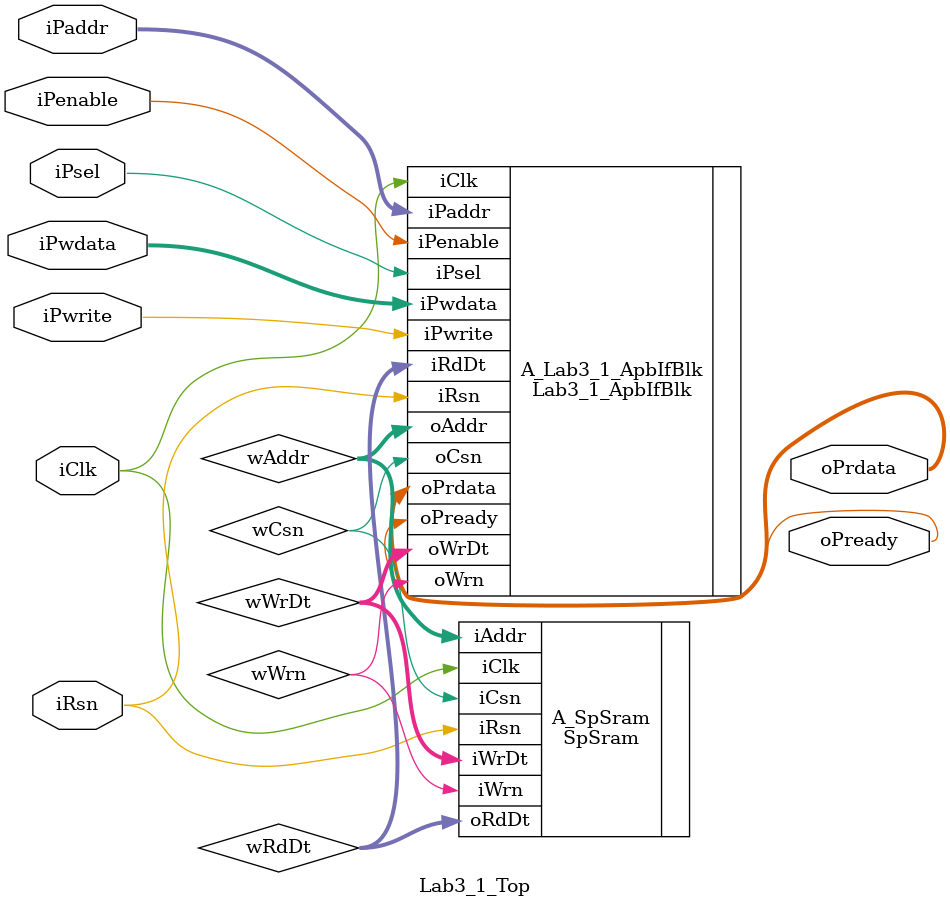
<source format=v>
/*******************************************************************
  - Project          : 2025 summer internship
  - File name        : Lab3_1_Top.v
  - Description      : Lab3_1 top file
  - Owner            : Inchul.song
  - Revision history : 1) 2024.12.27 : Initial release
                       2) 2025.06.25 : add 1-clock delay oPready
*******************************************************************/

`timescale 1ns/10ps

module Lab3_1_Top (

  // Clock & reset
  input            iClk,               // Rising edge
  input            iRsn,               // Sync. & low reset


  // APB interface
  input            iPsel,
  input            iPenable,
  input            iPwrite,
  input  [15:0]    iPaddr,

  input  [31:0]    iPwdata,
  output [31:0]    oPrdata,
  output           oPready

  );


  // wire & reg declaration
  wire             wCsn;
  wire             wWrn;
  wire  [1:0]      wAddr;

  wire  [31:0]     wWrDt;
  wire  [31:0]     wRdDt;


  /*************************************************************/
  // TrdApbIfBlk instantiation
  /*************************************************************/
  Lab3_1_ApbIfBlk A_Lab3_1_ApbIfBlk (

    // Clock & reset
    .iClk          (iClk),
    .iRsn          (iRsn),


    // APB interface
    .iPsel         (iPsel),
    .iPenable      (iPenable),
    .iPwrite       (iPwrite),
    .iPaddr        (iPaddr[15:0]),

    .iPwdata       (iPwdata[31:0]),
    .oPrdata       (oPrdata[31:0]),
    .oPready       (oPready),


    // SP-SRAM interface
    .oCsn          (wCsn),
    .oWrn          (wWrn),
    .oAddr         (wAddr[1:0]),
  
    .oWrDt         (wWrDt[31:0]),
    .iRdDt         (wRdDt[31:0])

  );



  /*************************************************************/
  // SP-SRAM instantiation
  /*************************************************************/
  SpSram A_SpSram (

  // Clock & reset
  .iClk            (iClk),
  .iRsn            (iRsn),


  // SP-SRAM Input & Output
  .iCsn            (wCsn),
  .iWrn            (wWrn),
  .iAddr           (wAddr[1:0]),

  .iWrDt           (wWrDt[31:0]),
  .oRdDt           (wRdDt[31:0])

  );


endmodule

</source>
